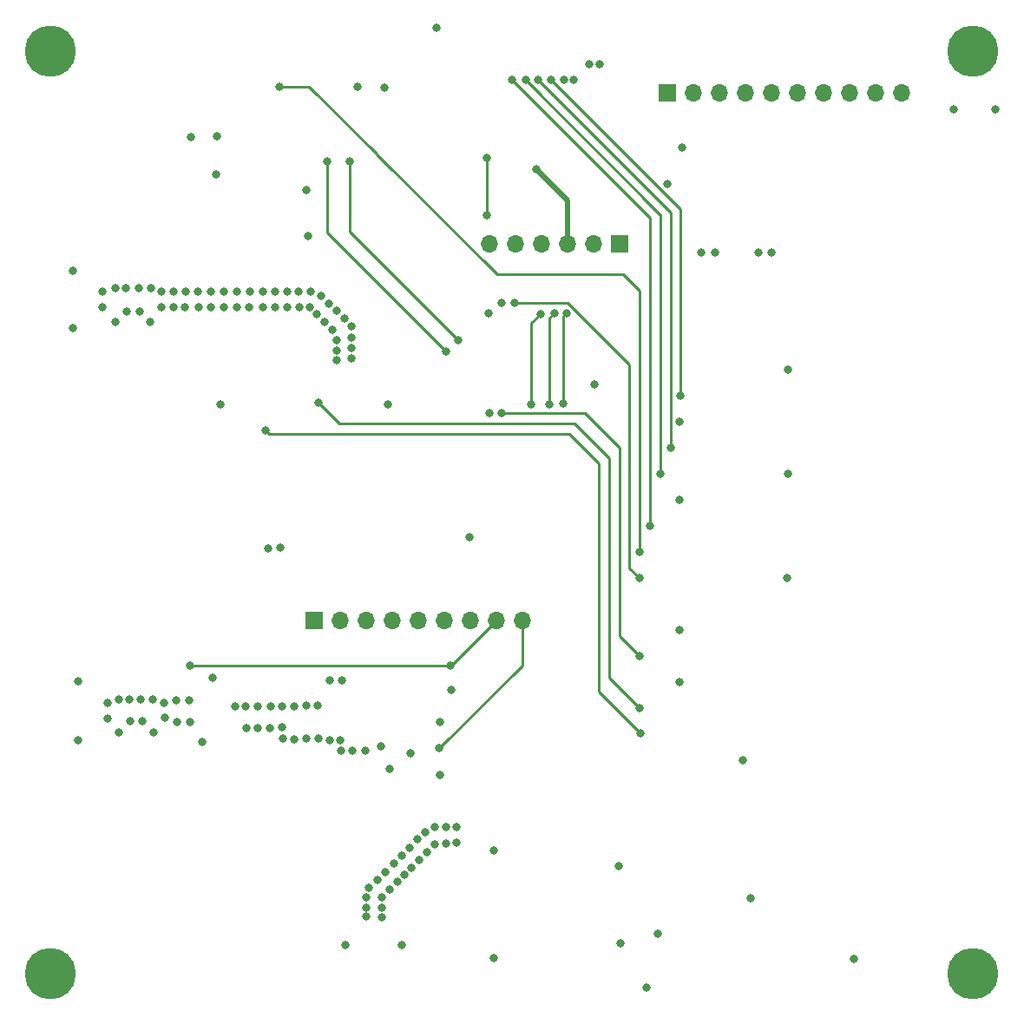
<source format=gbr>
%TF.GenerationSoftware,KiCad,Pcbnew,(5.1.12-1-10_14)*%
%TF.CreationDate,2022-02-15T12:56:50-08:00*%
%TF.ProjectId,g3_compute,67335f63-6f6d-4707-9574-652e6b696361,1*%
%TF.SameCoordinates,Original*%
%TF.FileFunction,Copper,L4,Bot*%
%TF.FilePolarity,Positive*%
%FSLAX46Y46*%
G04 Gerber Fmt 4.6, Leading zero omitted, Abs format (unit mm)*
G04 Created by KiCad (PCBNEW (5.1.12-1-10_14)) date 2022-02-15 12:56:50*
%MOMM*%
%LPD*%
G01*
G04 APERTURE LIST*
%TA.AperFunction,ComponentPad*%
%ADD10O,1.700000X1.700000*%
%TD*%
%TA.AperFunction,ComponentPad*%
%ADD11R,1.700000X1.700000*%
%TD*%
%TA.AperFunction,ComponentPad*%
%ADD12C,5.000000*%
%TD*%
%TA.AperFunction,ViaPad*%
%ADD13C,0.800000*%
%TD*%
%TA.AperFunction,Conductor*%
%ADD14C,0.279400*%
%TD*%
%TA.AperFunction,Conductor*%
%ADD15C,0.250000*%
%TD*%
%TA.AperFunction,Conductor*%
%ADD16C,0.500000*%
%TD*%
G04 APERTURE END LIST*
D10*
%TO.P,J107,6*%
%TO.N,Net-(J107-Pad6)*%
X147850000Y-73750000D03*
%TO.P,J107,5*%
%TO.N,/LOAD_TX*%
X150390000Y-73750000D03*
%TO.P,J107,4*%
%TO.N,/LOAD_RX*%
X152930000Y-73750000D03*
%TO.P,J107,3*%
%TO.N,Net-(J107-Pad3)*%
X155470000Y-73750000D03*
%TO.P,J107,2*%
%TO.N,Net-(J107-Pad2)*%
X158010000Y-73750000D03*
D11*
%TO.P,J107,1*%
%TO.N,GND*%
X160550000Y-73750000D03*
%TD*%
D10*
%TO.P,J105,10*%
%TO.N,/PI_GPIO13*%
X188110000Y-59000000D03*
%TO.P,J105,9*%
%TO.N,/PI_GPIO6*%
X185570000Y-59000000D03*
%TO.P,J105,8*%
%TO.N,/PI_GPIO5*%
X183030000Y-59000000D03*
%TO.P,J105,7*%
%TO.N,/PI_GPIO11*%
X180490000Y-59000000D03*
%TO.P,J105,6*%
%TO.N,/PI_GPIO9*%
X177950000Y-59000000D03*
%TO.P,J105,5*%
%TO.N,/PI_GPIO10*%
X175410000Y-59000000D03*
%TO.P,J105,4*%
%TO.N,/PI_GPIO22*%
X172870000Y-59000000D03*
%TO.P,J105,3*%
%TO.N,/PI_GPIO27*%
X170330000Y-59000000D03*
%TO.P,J105,2*%
%TO.N,/PI_GPIO17*%
X167790000Y-59000000D03*
D11*
%TO.P,J105,1*%
%TO.N,/PI_GPIO4*%
X165250000Y-59000000D03*
%TD*%
D10*
%TO.P,J101,9*%
%TO.N,/SX_DIO3*%
X151060000Y-110540000D03*
%TO.P,J101,8*%
%TO.N,/SX_DIO2*%
X148520000Y-110540000D03*
%TO.P,J101,7*%
%TO.N,/SX_DIO1*%
X145980000Y-110540000D03*
%TO.P,J101,6*%
%TO.N,/SX_BUSY*%
X143440000Y-110540000D03*
%TO.P,J101,5*%
%TO.N,/~SX_RESET*%
X140900000Y-110540000D03*
%TO.P,J101,4*%
%TO.N,/SX_SDO*%
X138360000Y-110540000D03*
%TO.P,J101,3*%
%TO.N,/SX_SDI*%
X135820000Y-110540000D03*
%TO.P,J101,2*%
%TO.N,/SX_SCK*%
X133280000Y-110540000D03*
D11*
%TO.P,J101,1*%
%TO.N,/~SX_CS*%
X130740000Y-110540000D03*
%TD*%
D12*
%TO.P,H104,1*%
%TO.N,Net-(H104-Pad1)*%
X195000000Y-145000000D03*
%TD*%
%TO.P,H103,1*%
%TO.N,Net-(H103-Pad1)*%
X105000000Y-145000000D03*
%TD*%
%TO.P,H102,1*%
%TO.N,Net-(H102-Pad1)*%
X195000000Y-55000000D03*
%TD*%
%TO.P,H101,1*%
%TO.N,Net-(H101-Pad1)*%
X105000000Y-55000000D03*
%TD*%
D13*
%TO.N,GND*%
X110600000Y-118550000D03*
X110600000Y-120050000D03*
X110100000Y-78400000D03*
X110100000Y-79950000D03*
X111400000Y-81375000D03*
X114775000Y-81375000D03*
X115900000Y-79950000D03*
X117025000Y-79950000D03*
X118175000Y-79950000D03*
X115875000Y-78450000D03*
X111375000Y-78050000D03*
X118575000Y-118300000D03*
X117350000Y-118300000D03*
X116150000Y-118525000D03*
X116200000Y-120025000D03*
X117400000Y-120425000D03*
X118625000Y-120400000D03*
X115025000Y-118200000D03*
X113875000Y-118225000D03*
X112750000Y-118200000D03*
X111725000Y-118200000D03*
X112825000Y-120325000D03*
X113975000Y-120300000D03*
X156050000Y-57800000D03*
X123025000Y-118875000D03*
X124125000Y-121000000D03*
X125300000Y-121000000D03*
X126475000Y-121000000D03*
X127675000Y-120950000D03*
X127725000Y-122050000D03*
X130000000Y-122050000D03*
X131175000Y-122050000D03*
X133350000Y-122200000D03*
X133375000Y-123200000D03*
X131100000Y-118850000D03*
X130025000Y-118850000D03*
X128825000Y-118900000D03*
X127675000Y-118900000D03*
X126525000Y-118900000D03*
X125275000Y-118900000D03*
X124075000Y-118900000D03*
X166400000Y-98750000D03*
X166400000Y-111400000D03*
X166400000Y-91100000D03*
X135000000Y-58400000D03*
X118750000Y-63350000D03*
X149100000Y-79500000D03*
X147900000Y-90300000D03*
X158138000Y-87512000D03*
X155125000Y-57800000D03*
X177030000Y-86030000D03*
X176900000Y-106350000D03*
X166650000Y-64350000D03*
X137950000Y-89450000D03*
X113725000Y-80335000D03*
X127435000Y-103435000D03*
X121650000Y-89450000D03*
X160500000Y-134500000D03*
X148300000Y-132950000D03*
X163217500Y-146317500D03*
X160650000Y-142000000D03*
X148300000Y-143450000D03*
X134525000Y-123250000D03*
X132275000Y-122200000D03*
X128825000Y-122150000D03*
X132300000Y-116325000D03*
X133482500Y-116342500D03*
X135800000Y-123250000D03*
X111725000Y-121425000D03*
X115075000Y-121450000D03*
X120837500Y-116107500D03*
X140175000Y-123475000D03*
X143050000Y-125570000D03*
X143060000Y-120450000D03*
X144127500Y-117262500D03*
X172630000Y-124130000D03*
X166440000Y-116510000D03*
X121225000Y-66950000D03*
X183425000Y-143550000D03*
X145925000Y-102375000D03*
X197250000Y-60675000D03*
X112425000Y-78050000D03*
X113700000Y-78050000D03*
X114850000Y-78050000D03*
X138160000Y-125015000D03*
X117025000Y-78450000D03*
X118200000Y-78450000D03*
X119450000Y-78450000D03*
X120700000Y-78450000D03*
X121950000Y-78450000D03*
X123200000Y-78450000D03*
X124475000Y-78450000D03*
X125800000Y-78450000D03*
X126950000Y-78450000D03*
X128125000Y-78450000D03*
X129250000Y-78450000D03*
X130425000Y-78450000D03*
X131462500Y-78837500D03*
X132225000Y-79600000D03*
X132950000Y-80325000D03*
X133712500Y-81087500D03*
X134425000Y-81800000D03*
X134450000Y-82900000D03*
X134450000Y-83950000D03*
X134450000Y-84950000D03*
X112465000Y-80335000D03*
X119475000Y-79950000D03*
X120700000Y-79950000D03*
X121950000Y-79950000D03*
X123225000Y-79950000D03*
X124450000Y-79950000D03*
X125775000Y-79950000D03*
X126950000Y-79950000D03*
X128150000Y-79950000D03*
X129300000Y-79950000D03*
X130325000Y-79950000D03*
X131025000Y-80650000D03*
X131775000Y-81400000D03*
X132550000Y-82175000D03*
X132950000Y-83125000D03*
X132950000Y-84150000D03*
X132950000Y-85150000D03*
X107200000Y-76400000D03*
X107200000Y-82000000D03*
X107750000Y-122200000D03*
X107750000Y-116400000D03*
X144675000Y-132225000D03*
X143650000Y-132250000D03*
X142562500Y-132337500D03*
X141762500Y-133137500D03*
X140987500Y-133912500D03*
X140287500Y-134612500D03*
X139550000Y-135350000D03*
X138862500Y-136037500D03*
X138112500Y-136787500D03*
X137375000Y-137550000D03*
X137375000Y-138550000D03*
X137375000Y-139500000D03*
X144675000Y-130700000D03*
X143675000Y-130700000D03*
X142525000Y-130700000D03*
X141637500Y-131137500D03*
X140887500Y-131887500D03*
X140087500Y-132687500D03*
X139287500Y-133487500D03*
X138537500Y-134237500D03*
X137737500Y-135037500D03*
X136912500Y-135862500D03*
X136125000Y-136625000D03*
X135850000Y-139400000D03*
X135850000Y-137500000D03*
X135850000Y-138500000D03*
X139350000Y-142150000D03*
X133850000Y-142150000D03*
%TO.N,/E5_RX*%
X151975000Y-89400000D03*
X152885000Y-80590000D03*
%TO.N,/~E5_RESET*%
X162550000Y-119100000D03*
X131200000Y-89250000D03*
%TO.N,/PI_SCL*%
X147650000Y-65400000D03*
X147600000Y-71000000D03*
%TO.N,/~PS_CC_CE*%
X164550000Y-96200000D03*
X151400000Y-57800000D03*
%TO.N,/~PS_CC_QON*%
X163525000Y-101275000D03*
X150100000Y-57800000D03*
%TO.N,/~PS_CC_INT*%
X152600000Y-57800000D03*
X165550000Y-93650000D03*
%TO.N,+3V3*%
X121300000Y-63300000D03*
X137600000Y-58500000D03*
X147800000Y-80500000D03*
X174150000Y-74600000D03*
X175400000Y-74600000D03*
X130200000Y-72995000D03*
X130050000Y-68550000D03*
X193175000Y-60600000D03*
X176960000Y-96190000D03*
X126300000Y-103450000D03*
X164300000Y-141100000D03*
X173374999Y-137625001D03*
X137275000Y-122752500D03*
X119825000Y-122325000D03*
%TO.N,+5V*%
X158600000Y-56250000D03*
X142700000Y-52700000D03*
X157600000Y-56250000D03*
X169850000Y-74600000D03*
X168500000Y-74600000D03*
X165250000Y-67950000D03*
%TO.N,/CPPC_INT*%
X127400000Y-58400000D03*
X162500000Y-103800000D03*
%TO.N,/MUX_SELA*%
X150300000Y-79500000D03*
X162500000Y-106400000D03*
%TO.N,/GPS_RX*%
X154225000Y-80500000D03*
X153725000Y-89400000D03*
%TO.N,/CPPC_RX*%
X134275000Y-65750000D03*
X144850501Y-83150501D03*
%TO.N,/LOAD_TX*%
X155400000Y-80500000D03*
X155075000Y-89350000D03*
%TO.N,/CPPC_TX*%
X132050000Y-65725000D03*
X143650000Y-84300000D03*
%TO.N,/MUX_SELB*%
X149100000Y-90300000D03*
X162500000Y-113950000D03*
%TO.N,/SX_DIO3*%
X142990000Y-122950000D03*
%TO.N,/SX_DIO2*%
X118700000Y-114930000D03*
X144080000Y-114920000D03*
%TO.N,/PS_BOOST_PS*%
X153900000Y-57800000D03*
X166480000Y-88570000D03*
%TO.N,/~E5_BOOT*%
X162600000Y-121500000D03*
X126000000Y-91950000D03*
%TO.N,Net-(J107-Pad3)*%
X152440000Y-66480000D03*
%TD*%
D14*
%TO.N,/E5_RX*%
X151975000Y-81500000D02*
X152885000Y-80590000D01*
X151975000Y-89400000D02*
X151975000Y-81500000D01*
%TO.N,/~E5_RESET*%
X131200000Y-89250000D02*
X133250000Y-91300000D01*
X156150000Y-91300000D02*
X159550000Y-94700000D01*
X133250000Y-91300000D02*
X156150000Y-91300000D01*
X159550000Y-116100000D02*
X162550000Y-119100000D01*
X159550000Y-94700000D02*
X159550000Y-116100000D01*
%TO.N,/PI_SCL*%
X147650000Y-70950000D02*
X147600000Y-71000000D01*
X147650000Y-65400000D02*
X147650000Y-70950000D01*
%TO.N,/~PS_CC_CE*%
X164550000Y-96200000D02*
X164550000Y-70900000D01*
X164500000Y-70900000D02*
X164550000Y-70900000D01*
X151400000Y-57800000D02*
X164500000Y-70900000D01*
%TO.N,/~PS_CC_QON*%
X163525000Y-101275000D02*
X163525000Y-71200000D01*
X163500000Y-71200000D02*
X163525000Y-71200000D01*
X150100000Y-57800000D02*
X163500000Y-71200000D01*
%TO.N,/~PS_CC_INT*%
X152600000Y-57800000D02*
X165550000Y-70750000D01*
X165550000Y-93650000D02*
X165550000Y-70750000D01*
D15*
%TO.N,/CPPC_INT*%
X162500000Y-103800000D02*
X162500000Y-103800000D01*
D14*
X162500000Y-78300000D02*
X162500000Y-103800000D01*
X160950000Y-76750000D02*
X162500000Y-78300000D01*
X148623002Y-76750000D02*
X160950000Y-76750000D01*
X136883301Y-65010299D02*
X136883301Y-64983301D01*
X148623002Y-76750000D02*
X136883301Y-65010299D01*
X130300000Y-58400000D02*
X127400000Y-58400000D01*
X136883301Y-64983301D02*
X130300000Y-58400000D01*
%TO.N,/MUX_SELA*%
X161500000Y-105400000D02*
X162500000Y-106400000D01*
X161500000Y-85505242D02*
X161500000Y-105400000D01*
X155494758Y-79500000D02*
X161500000Y-85505242D01*
X150300000Y-79500000D02*
X155494758Y-79500000D01*
%TO.N,/GPS_RX*%
X153725000Y-81000000D02*
X154225000Y-80500000D01*
X153725000Y-89400000D02*
X153725000Y-81000000D01*
%TO.N,/CPPC_RX*%
X134275000Y-72575000D02*
X144850501Y-83150501D01*
X134275000Y-65750000D02*
X134275000Y-72575000D01*
%TO.N,/LOAD_RX*%
X152850000Y-73680000D02*
X152930000Y-73600000D01*
%TO.N,/LOAD_TX*%
X150350000Y-73640000D02*
X150390000Y-73600000D01*
X155075000Y-80825000D02*
X155400000Y-80500000D01*
X155075000Y-89350000D02*
X155075000Y-80825000D01*
%TO.N,/CPPC_TX*%
X132050000Y-72700000D02*
X143650000Y-84300000D01*
X132050000Y-65725000D02*
X132050000Y-72700000D01*
%TO.N,/MUX_SELB*%
X160550000Y-112000000D02*
X160550000Y-93700000D01*
X162500000Y-113950000D02*
X160550000Y-112000000D01*
X160550000Y-93700000D02*
X157150000Y-90300000D01*
X157150000Y-90300000D02*
X149100000Y-90300000D01*
%TO.N,/SX_DIO3*%
X151060000Y-114880000D02*
X151060000Y-110540000D01*
X142990000Y-122950000D02*
X151060000Y-114880000D01*
%TO.N,/SX_DIO2*%
X144130000Y-114930000D02*
X148520000Y-110540000D01*
X118710000Y-114920000D02*
X118700000Y-114930000D01*
X144080000Y-114920000D02*
X118710000Y-114920000D01*
%TO.N,/PS_BOOST_PS*%
X166480000Y-88570000D02*
X166480000Y-70380000D01*
X153900000Y-57800000D02*
X166500000Y-70400000D01*
%TO.N,/~E5_BOOT*%
X162600000Y-121500000D02*
X158650000Y-117550000D01*
D15*
X158550000Y-117450000D02*
X158650000Y-117550000D01*
D14*
X158550000Y-95150000D02*
X155700000Y-92300000D01*
X158550000Y-117450000D02*
X158550000Y-95150000D01*
X126350000Y-92300000D02*
X126000000Y-91950000D01*
X155700000Y-92300000D02*
X126350000Y-92300000D01*
D15*
%TO.N,Net-(J107-Pad3)*%
X155550000Y-73670000D02*
X155470000Y-73750000D01*
D16*
X155470000Y-69510000D02*
X152440000Y-66480000D01*
X155470000Y-73750000D02*
X155470000Y-69510000D01*
%TD*%
M02*

</source>
